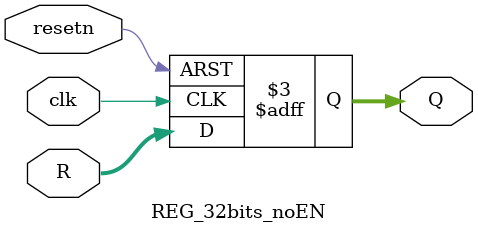
<source format=sv>

/*
			|--------------------|-----------|-----------|-----------|
			|	 OPERATING MODE	|		S2		|		s1		|		S0		|
			|--------------------|-----------|-----------|-----------|
			|			LOCKED		|		0		|		0		|		0		|
			|--------------------|-----------|-----------|-----------|
			|		SHIFT RIGHT		|		0		|		1		|		0		|
			|--------------------|-----------|-----------|-----------|
			|		SHIFT LEFT		|		1		|		0		|		0		|
			|--------------------|-----------|-----------|-----------|
			|	PARALLEL LOADING	|		1		|		1		|		0		|
			|--------------------|-----------|-----------|-----------|
			|			 ASR			|		0		|		0		|		1		|
			|--------------------|-----------|-----------|-----------|
			|			 ASL			|		0		|		1		|		1		|
			|--------------------|-----------|-----------|-----------|
			|		Rotate Right	|		1		|		0		|		1		|
			|--------------------|-----------|-----------|-----------|
			|		Rotate Left		|		1		|		1		|		1		|
			|--------------------|-----------|-----------|-----------|

*/
module UNIVERSAL_SHIFTER
#(parameter n = 32)
(
	input [n-1:0] 	I,
	input [1:0] 	S,
	input clk, resetn,
	output reg [n-1:0] A
);
	
logic [n-1:0] B;
logic ze_0, ze_1;
assign ze_0 = 1'b0;
assign ze_1 = 1'b0;

REG_32bits_noEN REG_32bits_noEN_1 (B, clk, resetn, A);

//							S1 S0    I0      I1     I2     I3     Y
MUX_4x1 MUX_4x1_01 (S[1:0],  A[0],  A[1],  ze_0,  I[0],  B[0]);
MUX_4x1 MUX_4x1_02 (S[1:0],  A[1],  A[2],  A[0],  I[1],  B[1]);
MUX_4x1 MUX_4x1_03 (S[1:0],  A[2],  A[3],  A[1],  I[2],  B[2]);
MUX_4x1 MUX_4x1_04 (S[1:0],  A[3],  A[4],  A[2],  I[3],  B[3]);
MUX_4x1 MUX_4x1_05 (S[1:0],  A[4],  A[5],  A[3],  I[4],  B[4]);
MUX_4x1 MUX_4x1_06 (S[1:0],  A[5],  A[6],  A[4],  I[5],  B[5]);
MUX_4x1 MUX_4x1_07 (S[1:0],  A[6],  A[7],  A[5],  I[6],  B[6]);
MUX_4x1 MUX_4x1_08 (S[1:0],  A[7],  A[8],  A[6],  I[7],  B[7]);
 
MUX_4x1 MUX_4x1_09 (S[1:0],  A[8],  A[9],  A[7],  I[8],  B[8]);
MUX_4x1 MUX_4x1_10 (S[1:0],  A[9], A[10],  A[8],  I[9],  B[9]);
MUX_4x1 MUX_4x1_11 (S[1:0], A[10], A[11],  A[9], I[10], B[10]);
MUX_4x1 MUX_4x1_12 (S[1:0], A[11], A[12], A[10], I[11], B[11]);
MUX_4x1 MUX_4x1_13 (S[1:0], A[12], A[13], A[11], I[12], B[12]);
MUX_4x1 MUX_4x1_14 (S[1:0], A[13], A[14], A[12], I[13], B[13]);
MUX_4x1 MUX_4x1_15 (S[1:0], A[14], A[15], A[13], I[14], B[14]);
MUX_4x1 MUX_4x1_16 (S[1:0], A[15], A[16], A[14], I[15], B[15]);

MUX_4x1 MUX_4x1_17 (S[1:0], A[16], A[17], A[15], I[16], B[16]);
MUX_4x1 MUX_4x1_18 (S[1:0], A[17], A[18], A[16], I[17], B[17]);
MUX_4x1 MUX_4x1_19 (S[1:0], A[18], A[19], A[17], I[18], B[18]);
MUX_4x1 MUX_4x1_20 (S[1:0], A[19], A[20], A[18], I[19], B[19]);
MUX_4x1 MUX_4x1_21 (S[1:0], A[20], A[21], A[19], I[20], B[20]);
MUX_4x1 MUX_4x1_22 (S[1:0], A[21], A[22], A[20], I[21], B[21]);
MUX_4x1 MUX_4x1_23 (S[1:0], A[22], A[23], A[21], I[22], B[22]);
MUX_4x1 MUX_4x1_24 (S[1:0], A[23], A[24], A[22], I[23], B[23]);

MUX_4x1 MUX_4x1_25 (S[1:0], A[24], A[25], A[23], I[24], B[24]);
MUX_4x1 MUX_4x1_26 (S[1:0], A[25], A[26], A[24], I[25], B[25]);
MUX_4x1 MUX_4x1_27 (S[1:0], A[26], A[27], A[25], I[26], B[26]);
MUX_4x1 MUX_4x1_28 (S[1:0], A[27], A[28], A[26], I[27], B[27]);
MUX_4x1 MUX_4x1_29 (S[1:0], A[28], A[29], A[27], I[28], B[28]);
MUX_4x1 MUX_4x1_30 (S[1:0], A[29], A[30], A[28], I[29], B[29]);
MUX_4x1 MUX_4x1_31 (S[1:0], A[30], A[31], A[29], I[30], B[30]);
MUX_4x1 MUX_4x1_32 (S[1:0], A[31],  ze_1, A[30], I[31], B[31]);

endmodule 

//--------------------------------MUX 4x1------------------------------------

module MUX_4x1
(
	input [1:0] s,
	input I0, I1, I2, I3,
	output Y
);

assign Y =	 s[1] &  s[0] & I3 |			// [1:0]s = 11			Parallel Loading 
				 s[1] & ~s[0] & I2 |			// [1:0]s = 10			Shift Left
				~s[1] &  s[0] & I1 |			// [1:0]s = 01			Shift Right
				~s[1] & ~s[0] & I0 ;			// [1:0]s = 00			Locked
				
endmodule

//--------------------------------REGISTER without ENABLE------------------------------------

module REG_32bits_noEN 
#(parameter n = 32)
(
	input [n-1:0] R,
	input clk, resetn,
	output reg [n-1:0] Q
);

always @(posedge clk or negedge resetn) begin
	if (!resetn) 						// resetn = 0, REG = 0x00
		Q <= {n{1'b0}};
	else 
		Q <= R;										
end

endmodule

</source>
